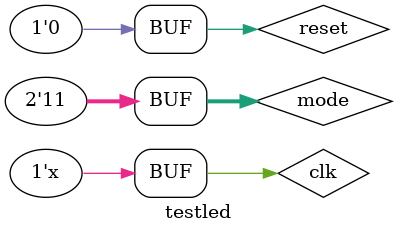
<source format=v>
`timescale 1ns / 1ps


module testled;

	// Inputs
	reg clk;
	reg [1:0] mode;
	reg reset;

	// Outputs
	wire [7:0] q;

	// Instantiate the Unit Under Test (UUT)
	DICHLED uut (
		.clk(clk), 
		.mode(mode), 
		.reset(reset), 
		.q(q)
	);

	initial begin
		// Initialize Inputs
		clk = 0;
		mode = 0;
		reset = 0;

		// Wait 100 ns for global reset to finish
		#2000;
		mode=1;
		#2000;
		mode=2;
		#2000;
		mode=3;
		#2000;
		
        
		// Add stimulus here

	end
	always begin
	clk=~clk;
	#10;
	end
      
endmodule


</source>
